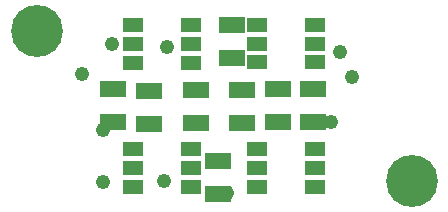
<source format=gts>
%FSLAX25Y25*%
%MOIN*%
G70*
G01*
G75*
G04 Layer_Color=128*
%ADD10R,0.08000X0.05000*%
%ADD11R,0.05906X0.03937*%
%ADD12C,0.02500*%
%ADD13C,0.16500*%
%ADD14C,0.04000*%
%ADD15R,0.12205X0.17716*%
%ADD16C,0.01000*%
%ADD17R,0.07000X0.04000*%
%ADD18R,0.04906X0.02937*%
%ADD19R,0.11205X0.16716*%
%ADD20R,0.08800X0.05800*%
%ADD21R,0.06706X0.04737*%
%ADD22C,0.17300*%
%ADD23C,0.04800*%
D20*
X604500Y568100D02*
D03*
Y557100D02*
D03*
X577500Y578400D02*
D03*
Y589400D02*
D03*
X593000Y557100D02*
D03*
Y568100D02*
D03*
X581000Y556900D02*
D03*
Y567900D02*
D03*
X573000Y544000D02*
D03*
Y533000D02*
D03*
X565500Y556900D02*
D03*
Y567900D02*
D03*
X538100Y568000D02*
D03*
Y557000D02*
D03*
X549900Y567500D02*
D03*
Y556500D02*
D03*
D21*
X605300Y577000D02*
D03*
Y583299D02*
D03*
Y589598D02*
D03*
X586021Y577000D02*
D03*
Y589598D02*
D03*
Y583299D02*
D03*
X586121Y541701D02*
D03*
Y548000D02*
D03*
Y535402D02*
D03*
X605400Y548000D02*
D03*
Y541701D02*
D03*
Y535402D02*
D03*
X544621Y548000D02*
D03*
Y541701D02*
D03*
Y535402D02*
D03*
X563900Y548000D02*
D03*
Y535402D02*
D03*
Y541701D02*
D03*
X563879Y583200D02*
D03*
Y576901D02*
D03*
Y589499D02*
D03*
X544600Y576901D02*
D03*
Y583200D02*
D03*
Y589499D02*
D03*
D22*
X512500Y587500D02*
D03*
X637500Y537500D02*
D03*
D23*
X556000Y582000D02*
D03*
X586021Y589598D02*
D03*
X537500Y583000D02*
D03*
X527500Y573000D02*
D03*
X555000Y537500D02*
D03*
X534500Y537000D02*
D03*
Y554500D02*
D03*
X576000Y533500D02*
D03*
X610500Y557100D02*
D03*
X577500Y589400D02*
D03*
X617500Y572000D02*
D03*
X613701Y580500D02*
D03*
X565500Y567900D02*
D03*
M02*

</source>
